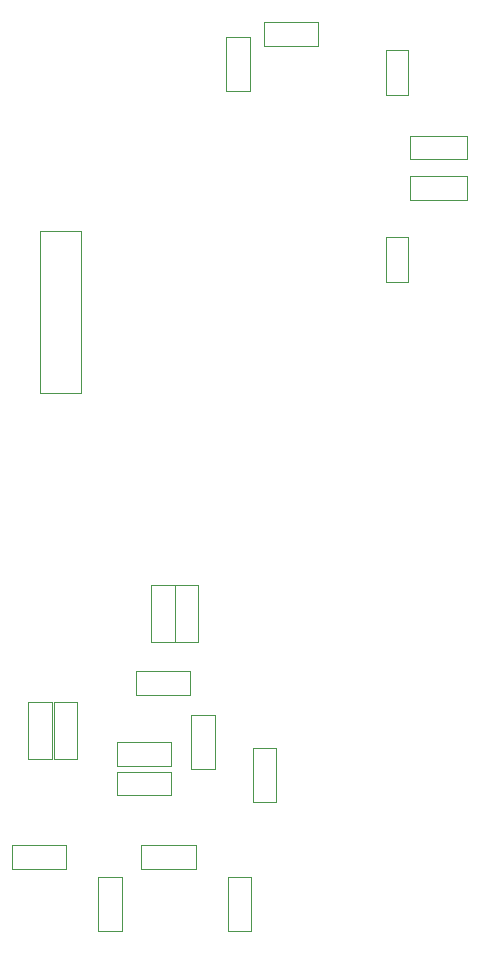
<source format=gbr>
G04 #@! TF.FileFunction,Other,User*
%FSLAX46Y46*%
G04 Gerber Fmt 4.6, Leading zero omitted, Abs format (unit mm)*
G04 Created by KiCad (PCBNEW 4.0.5) date Thu Feb 16 16:16:10 2017*
%MOMM*%
%LPD*%
G01*
G04 APERTURE LIST*
%ADD10C,0.100000*%
%ADD11C,0.050000*%
G04 APERTURE END LIST*
D10*
D11*
X146400000Y-74600000D02*
X141600000Y-74600000D01*
X146400000Y-76600000D02*
X141600000Y-76600000D01*
X146400000Y-74600000D02*
X146400000Y-76600000D01*
X141600000Y-74600000D02*
X141600000Y-76600000D01*
X139550000Y-71150000D02*
X141450000Y-71150000D01*
X141450000Y-71150000D02*
X141450000Y-67350000D01*
X141450000Y-67350000D02*
X139550000Y-67350000D01*
X139550000Y-67350000D02*
X139550000Y-71150000D01*
X141450000Y-83200000D02*
X139550000Y-83200000D01*
X139550000Y-83200000D02*
X139550000Y-87000000D01*
X139550000Y-87000000D02*
X141450000Y-87000000D01*
X141450000Y-87000000D02*
X141450000Y-83200000D01*
X146400000Y-78000000D02*
X141600000Y-78000000D01*
X146400000Y-80000000D02*
X141600000Y-80000000D01*
X146400000Y-78000000D02*
X146400000Y-80000000D01*
X141600000Y-78000000D02*
X141600000Y-80000000D01*
X128000000Y-70800000D02*
X128000000Y-66200000D01*
X126000000Y-70800000D02*
X126000000Y-66200000D01*
X128000000Y-70800000D02*
X126000000Y-70800000D01*
X128000000Y-66200000D02*
X126000000Y-66200000D01*
X133800000Y-65000000D02*
X129200000Y-65000000D01*
X133800000Y-67000000D02*
X129200000Y-67000000D01*
X133800000Y-65000000D02*
X133800000Y-67000000D01*
X129200000Y-65000000D02*
X129200000Y-67000000D01*
X110250000Y-96370000D02*
X110250000Y-82670000D01*
X113750000Y-96370000D02*
X113750000Y-82670000D01*
X110250000Y-96370000D02*
X113750000Y-96370000D01*
X110250000Y-82670000D02*
X113750000Y-82670000D01*
X126164000Y-137320000D02*
X126164000Y-141920000D01*
X128164000Y-137320000D02*
X128164000Y-141920000D01*
X126164000Y-137320000D02*
X128164000Y-137320000D01*
X126164000Y-141920000D02*
X128164000Y-141920000D01*
X123434000Y-134650000D02*
X118834000Y-134650000D01*
X123434000Y-136650000D02*
X118834000Y-136650000D01*
X123434000Y-134650000D02*
X123434000Y-136650000D01*
X118834000Y-134650000D02*
X118834000Y-136650000D01*
X115164000Y-137320000D02*
X115164000Y-141920000D01*
X117164000Y-137320000D02*
X117164000Y-141920000D01*
X115164000Y-137320000D02*
X117164000Y-137320000D01*
X115164000Y-141920000D02*
X117164000Y-141920000D01*
X112464000Y-134670000D02*
X107864000Y-134670000D01*
X112464000Y-136670000D02*
X107864000Y-136670000D01*
X112464000Y-134670000D02*
X112464000Y-136670000D01*
X107864000Y-134670000D02*
X107864000Y-136670000D01*
X111260106Y-127327512D02*
X111260106Y-122527512D01*
X109260106Y-127327512D02*
X109260106Y-122527512D01*
X111260106Y-127327512D02*
X109260106Y-127327512D01*
X111260106Y-122527512D02*
X109260106Y-122527512D01*
X113417572Y-127327512D02*
X113417572Y-122527512D01*
X111417572Y-127327512D02*
X111417572Y-122527512D01*
X113417572Y-127327512D02*
X111417572Y-127327512D01*
X113417572Y-122527512D02*
X111417572Y-122527512D01*
X121664000Y-112620000D02*
X121664000Y-117420000D01*
X123664000Y-112620000D02*
X123664000Y-117420000D01*
X121664000Y-112620000D02*
X123664000Y-112620000D01*
X121664000Y-117420000D02*
X123664000Y-117420000D01*
X121664000Y-117420000D02*
X121664000Y-112620000D01*
X119664000Y-117420000D02*
X119664000Y-112620000D01*
X121664000Y-117420000D02*
X119664000Y-117420000D01*
X121664000Y-112620000D02*
X119664000Y-112620000D01*
X121364000Y-125920000D02*
X116764000Y-125920000D01*
X121364000Y-127920000D02*
X116764000Y-127920000D01*
X121364000Y-125920000D02*
X121364000Y-127920000D01*
X116764000Y-125920000D02*
X116764000Y-127920000D01*
X121364000Y-128420000D02*
X116764000Y-128420000D01*
X121364000Y-130420000D02*
X116764000Y-130420000D01*
X121364000Y-128420000D02*
X121364000Y-130420000D01*
X116764000Y-128420000D02*
X116764000Y-130420000D01*
X123064000Y-123620000D02*
X123064000Y-128220000D01*
X125064000Y-123620000D02*
X125064000Y-128220000D01*
X123064000Y-123620000D02*
X125064000Y-123620000D01*
X123064000Y-128220000D02*
X125064000Y-128220000D01*
X118364000Y-121920000D02*
X122964000Y-121920000D01*
X118364000Y-119920000D02*
X122964000Y-119920000D01*
X118364000Y-121920000D02*
X118364000Y-119920000D01*
X122964000Y-121920000D02*
X122964000Y-119920000D01*
X128264000Y-126420000D02*
X128264000Y-131020000D01*
X130264000Y-126420000D02*
X130264000Y-131020000D01*
X128264000Y-126420000D02*
X130264000Y-126420000D01*
X128264000Y-131020000D02*
X130264000Y-131020000D01*
M02*

</source>
